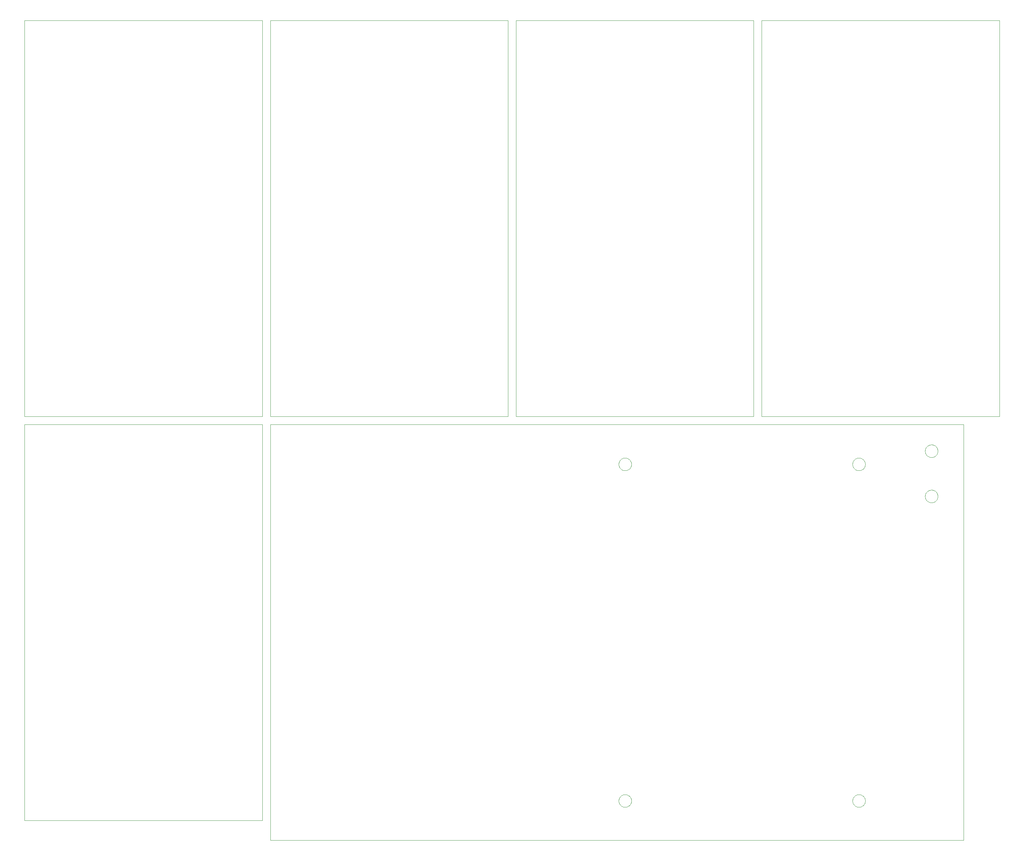
<source format=gko>
G75*
G70*
%OFA0B0*%
%FSLAX24Y24*%
%IPPOS*%
%LPD*%
%AMOC8*
5,1,8,0,0,1.08239X$1,22.5*
%
%ADD10C,0.0039*%
%ADD11C,0.0000*%
D10*
X003807Y005244D02*
X027429Y005244D01*
X027429Y044614D01*
X003807Y044614D01*
X003807Y005244D01*
X028217Y003275D02*
X097114Y003275D01*
X097114Y044614D01*
X028217Y044614D01*
X028217Y003275D01*
X028217Y045401D02*
X028217Y084771D01*
X051839Y084771D01*
X051839Y045401D01*
X028217Y045401D01*
X027429Y045401D02*
X027429Y084771D01*
X003807Y084771D01*
X003807Y045401D01*
X027429Y045401D01*
X052626Y045401D02*
X052626Y084771D01*
X076248Y084771D01*
X076248Y045401D01*
X052626Y045401D01*
X077036Y045401D02*
X077036Y084771D01*
X100658Y084771D01*
X100658Y045401D01*
X077036Y045401D01*
D11*
X086064Y040665D02*
X086066Y040715D01*
X086072Y040765D01*
X086082Y040814D01*
X086096Y040862D01*
X086113Y040909D01*
X086134Y040954D01*
X086159Y040998D01*
X086187Y041039D01*
X086219Y041078D01*
X086253Y041115D01*
X086290Y041149D01*
X086330Y041179D01*
X086372Y041206D01*
X086416Y041230D01*
X086462Y041251D01*
X086509Y041267D01*
X086557Y041280D01*
X086607Y041289D01*
X086656Y041294D01*
X086707Y041295D01*
X086757Y041292D01*
X086806Y041285D01*
X086855Y041274D01*
X086903Y041259D01*
X086949Y041241D01*
X086994Y041219D01*
X087037Y041193D01*
X087078Y041164D01*
X087117Y041132D01*
X087153Y041097D01*
X087185Y041059D01*
X087215Y041019D01*
X087242Y040976D01*
X087265Y040932D01*
X087284Y040886D01*
X087300Y040838D01*
X087312Y040789D01*
X087320Y040740D01*
X087324Y040690D01*
X087324Y040640D01*
X087320Y040590D01*
X087312Y040541D01*
X087300Y040492D01*
X087284Y040444D01*
X087265Y040398D01*
X087242Y040354D01*
X087215Y040311D01*
X087185Y040271D01*
X087153Y040233D01*
X087117Y040198D01*
X087078Y040166D01*
X087037Y040137D01*
X086994Y040111D01*
X086949Y040089D01*
X086903Y040071D01*
X086855Y040056D01*
X086806Y040045D01*
X086757Y040038D01*
X086707Y040035D01*
X086656Y040036D01*
X086607Y040041D01*
X086557Y040050D01*
X086509Y040063D01*
X086462Y040079D01*
X086416Y040100D01*
X086372Y040124D01*
X086330Y040151D01*
X086290Y040181D01*
X086253Y040215D01*
X086219Y040252D01*
X086187Y040291D01*
X086159Y040332D01*
X086134Y040376D01*
X086113Y040421D01*
X086096Y040468D01*
X086082Y040516D01*
X086072Y040565D01*
X086066Y040615D01*
X086064Y040665D01*
X093276Y041975D02*
X093278Y042025D01*
X093284Y042075D01*
X093294Y042124D01*
X093308Y042172D01*
X093325Y042219D01*
X093346Y042264D01*
X093371Y042308D01*
X093399Y042349D01*
X093431Y042388D01*
X093465Y042425D01*
X093502Y042459D01*
X093542Y042489D01*
X093584Y042516D01*
X093628Y042540D01*
X093674Y042561D01*
X093721Y042577D01*
X093769Y042590D01*
X093819Y042599D01*
X093868Y042604D01*
X093919Y042605D01*
X093969Y042602D01*
X094018Y042595D01*
X094067Y042584D01*
X094115Y042569D01*
X094161Y042551D01*
X094206Y042529D01*
X094249Y042503D01*
X094290Y042474D01*
X094329Y042442D01*
X094365Y042407D01*
X094397Y042369D01*
X094427Y042329D01*
X094454Y042286D01*
X094477Y042242D01*
X094496Y042196D01*
X094512Y042148D01*
X094524Y042099D01*
X094532Y042050D01*
X094536Y042000D01*
X094536Y041950D01*
X094532Y041900D01*
X094524Y041851D01*
X094512Y041802D01*
X094496Y041754D01*
X094477Y041708D01*
X094454Y041664D01*
X094427Y041621D01*
X094397Y041581D01*
X094365Y041543D01*
X094329Y041508D01*
X094290Y041476D01*
X094249Y041447D01*
X094206Y041421D01*
X094161Y041399D01*
X094115Y041381D01*
X094067Y041366D01*
X094018Y041355D01*
X093969Y041348D01*
X093919Y041345D01*
X093868Y041346D01*
X093819Y041351D01*
X093769Y041360D01*
X093721Y041373D01*
X093674Y041389D01*
X093628Y041410D01*
X093584Y041434D01*
X093542Y041461D01*
X093502Y041491D01*
X093465Y041525D01*
X093431Y041562D01*
X093399Y041601D01*
X093371Y041642D01*
X093346Y041686D01*
X093325Y041731D01*
X093308Y041778D01*
X093294Y041826D01*
X093284Y041875D01*
X093278Y041925D01*
X093276Y041975D01*
X093276Y037475D02*
X093278Y037525D01*
X093284Y037575D01*
X093294Y037624D01*
X093308Y037672D01*
X093325Y037719D01*
X093346Y037764D01*
X093371Y037808D01*
X093399Y037849D01*
X093431Y037888D01*
X093465Y037925D01*
X093502Y037959D01*
X093542Y037989D01*
X093584Y038016D01*
X093628Y038040D01*
X093674Y038061D01*
X093721Y038077D01*
X093769Y038090D01*
X093819Y038099D01*
X093868Y038104D01*
X093919Y038105D01*
X093969Y038102D01*
X094018Y038095D01*
X094067Y038084D01*
X094115Y038069D01*
X094161Y038051D01*
X094206Y038029D01*
X094249Y038003D01*
X094290Y037974D01*
X094329Y037942D01*
X094365Y037907D01*
X094397Y037869D01*
X094427Y037829D01*
X094454Y037786D01*
X094477Y037742D01*
X094496Y037696D01*
X094512Y037648D01*
X094524Y037599D01*
X094532Y037550D01*
X094536Y037500D01*
X094536Y037450D01*
X094532Y037400D01*
X094524Y037351D01*
X094512Y037302D01*
X094496Y037254D01*
X094477Y037208D01*
X094454Y037164D01*
X094427Y037121D01*
X094397Y037081D01*
X094365Y037043D01*
X094329Y037008D01*
X094290Y036976D01*
X094249Y036947D01*
X094206Y036921D01*
X094161Y036899D01*
X094115Y036881D01*
X094067Y036866D01*
X094018Y036855D01*
X093969Y036848D01*
X093919Y036845D01*
X093868Y036846D01*
X093819Y036851D01*
X093769Y036860D01*
X093721Y036873D01*
X093674Y036889D01*
X093628Y036910D01*
X093584Y036934D01*
X093542Y036961D01*
X093502Y036991D01*
X093465Y037025D01*
X093431Y037062D01*
X093399Y037101D01*
X093371Y037142D01*
X093346Y037186D01*
X093325Y037231D01*
X093308Y037278D01*
X093294Y037326D01*
X093284Y037375D01*
X093278Y037425D01*
X093276Y037475D01*
X062835Y040665D02*
X062837Y040715D01*
X062843Y040765D01*
X062853Y040814D01*
X062867Y040862D01*
X062884Y040909D01*
X062905Y040954D01*
X062930Y040998D01*
X062958Y041039D01*
X062990Y041078D01*
X063024Y041115D01*
X063061Y041149D01*
X063101Y041179D01*
X063143Y041206D01*
X063187Y041230D01*
X063233Y041251D01*
X063280Y041267D01*
X063328Y041280D01*
X063378Y041289D01*
X063427Y041294D01*
X063478Y041295D01*
X063528Y041292D01*
X063577Y041285D01*
X063626Y041274D01*
X063674Y041259D01*
X063720Y041241D01*
X063765Y041219D01*
X063808Y041193D01*
X063849Y041164D01*
X063888Y041132D01*
X063924Y041097D01*
X063956Y041059D01*
X063986Y041019D01*
X064013Y040976D01*
X064036Y040932D01*
X064055Y040886D01*
X064071Y040838D01*
X064083Y040789D01*
X064091Y040740D01*
X064095Y040690D01*
X064095Y040640D01*
X064091Y040590D01*
X064083Y040541D01*
X064071Y040492D01*
X064055Y040444D01*
X064036Y040398D01*
X064013Y040354D01*
X063986Y040311D01*
X063956Y040271D01*
X063924Y040233D01*
X063888Y040198D01*
X063849Y040166D01*
X063808Y040137D01*
X063765Y040111D01*
X063720Y040089D01*
X063674Y040071D01*
X063626Y040056D01*
X063577Y040045D01*
X063528Y040038D01*
X063478Y040035D01*
X063427Y040036D01*
X063378Y040041D01*
X063328Y040050D01*
X063280Y040063D01*
X063233Y040079D01*
X063187Y040100D01*
X063143Y040124D01*
X063101Y040151D01*
X063061Y040181D01*
X063024Y040215D01*
X062990Y040252D01*
X062958Y040291D01*
X062930Y040332D01*
X062905Y040376D01*
X062884Y040421D01*
X062867Y040468D01*
X062853Y040516D01*
X062843Y040565D01*
X062837Y040615D01*
X062835Y040665D01*
X062835Y007200D02*
X062837Y007250D01*
X062843Y007300D01*
X062853Y007349D01*
X062867Y007397D01*
X062884Y007444D01*
X062905Y007489D01*
X062930Y007533D01*
X062958Y007574D01*
X062990Y007613D01*
X063024Y007650D01*
X063061Y007684D01*
X063101Y007714D01*
X063143Y007741D01*
X063187Y007765D01*
X063233Y007786D01*
X063280Y007802D01*
X063328Y007815D01*
X063378Y007824D01*
X063427Y007829D01*
X063478Y007830D01*
X063528Y007827D01*
X063577Y007820D01*
X063626Y007809D01*
X063674Y007794D01*
X063720Y007776D01*
X063765Y007754D01*
X063808Y007728D01*
X063849Y007699D01*
X063888Y007667D01*
X063924Y007632D01*
X063956Y007594D01*
X063986Y007554D01*
X064013Y007511D01*
X064036Y007467D01*
X064055Y007421D01*
X064071Y007373D01*
X064083Y007324D01*
X064091Y007275D01*
X064095Y007225D01*
X064095Y007175D01*
X064091Y007125D01*
X064083Y007076D01*
X064071Y007027D01*
X064055Y006979D01*
X064036Y006933D01*
X064013Y006889D01*
X063986Y006846D01*
X063956Y006806D01*
X063924Y006768D01*
X063888Y006733D01*
X063849Y006701D01*
X063808Y006672D01*
X063765Y006646D01*
X063720Y006624D01*
X063674Y006606D01*
X063626Y006591D01*
X063577Y006580D01*
X063528Y006573D01*
X063478Y006570D01*
X063427Y006571D01*
X063378Y006576D01*
X063328Y006585D01*
X063280Y006598D01*
X063233Y006614D01*
X063187Y006635D01*
X063143Y006659D01*
X063101Y006686D01*
X063061Y006716D01*
X063024Y006750D01*
X062990Y006787D01*
X062958Y006826D01*
X062930Y006867D01*
X062905Y006911D01*
X062884Y006956D01*
X062867Y007003D01*
X062853Y007051D01*
X062843Y007100D01*
X062837Y007150D01*
X062835Y007200D01*
X086064Y007200D02*
X086066Y007250D01*
X086072Y007300D01*
X086082Y007349D01*
X086096Y007397D01*
X086113Y007444D01*
X086134Y007489D01*
X086159Y007533D01*
X086187Y007574D01*
X086219Y007613D01*
X086253Y007650D01*
X086290Y007684D01*
X086330Y007714D01*
X086372Y007741D01*
X086416Y007765D01*
X086462Y007786D01*
X086509Y007802D01*
X086557Y007815D01*
X086607Y007824D01*
X086656Y007829D01*
X086707Y007830D01*
X086757Y007827D01*
X086806Y007820D01*
X086855Y007809D01*
X086903Y007794D01*
X086949Y007776D01*
X086994Y007754D01*
X087037Y007728D01*
X087078Y007699D01*
X087117Y007667D01*
X087153Y007632D01*
X087185Y007594D01*
X087215Y007554D01*
X087242Y007511D01*
X087265Y007467D01*
X087284Y007421D01*
X087300Y007373D01*
X087312Y007324D01*
X087320Y007275D01*
X087324Y007225D01*
X087324Y007175D01*
X087320Y007125D01*
X087312Y007076D01*
X087300Y007027D01*
X087284Y006979D01*
X087265Y006933D01*
X087242Y006889D01*
X087215Y006846D01*
X087185Y006806D01*
X087153Y006768D01*
X087117Y006733D01*
X087078Y006701D01*
X087037Y006672D01*
X086994Y006646D01*
X086949Y006624D01*
X086903Y006606D01*
X086855Y006591D01*
X086806Y006580D01*
X086757Y006573D01*
X086707Y006570D01*
X086656Y006571D01*
X086607Y006576D01*
X086557Y006585D01*
X086509Y006598D01*
X086462Y006614D01*
X086416Y006635D01*
X086372Y006659D01*
X086330Y006686D01*
X086290Y006716D01*
X086253Y006750D01*
X086219Y006787D01*
X086187Y006826D01*
X086159Y006867D01*
X086134Y006911D01*
X086113Y006956D01*
X086096Y007003D01*
X086082Y007051D01*
X086072Y007100D01*
X086066Y007150D01*
X086064Y007200D01*
M02*

</source>
